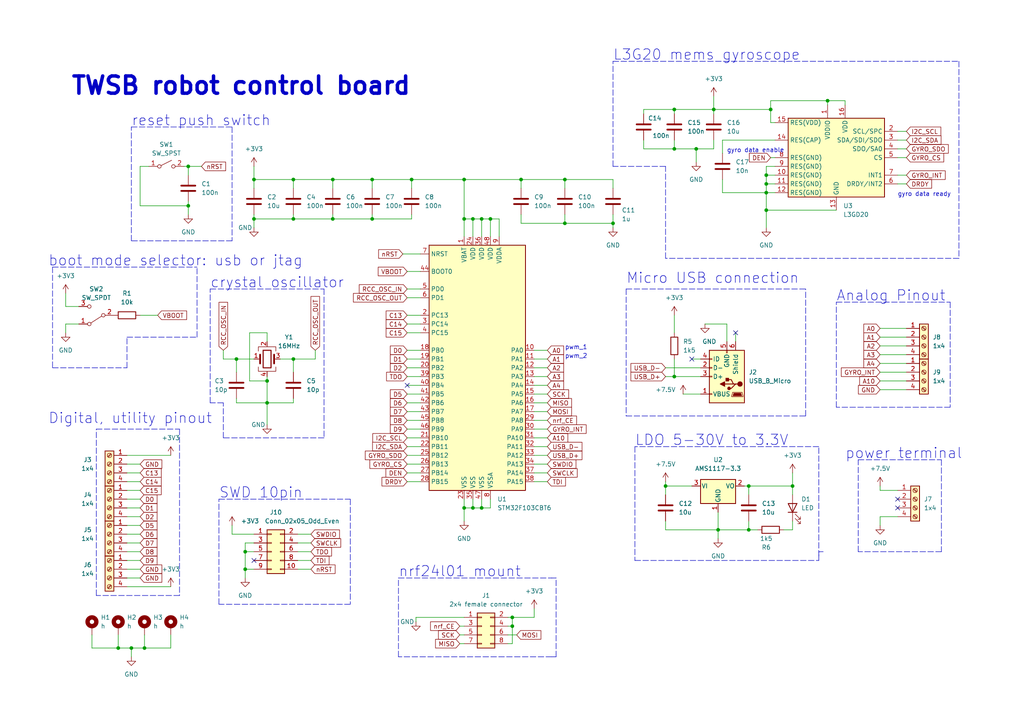
<source format=kicad_sch>
(kicad_sch (version 20211123) (generator eeschema)
  (paper "A4")
  (title_block (title "STM32F103 control unit") (date "2022-11-05") (company "Augustas Jaruševičius"))
  (lib_symbols
    (symbol "Connector:Screw_Terminal_01x04" (pin_names (offset 1.016) hide)
      (property "Reference" "J" (at 0 5.08 0))
      (property "Value" "Screw_Terminal_01x04" (at 0 -7.62 0))
      (symbol "Screw_Terminal_01x04_1_1"
        (pin passive line (at -5.08 2.54 0) (length 3.81) (name "Pin_1") (number "1"))
        (pin passive line (at -5.08 0 0) (length 3.81) (name "Pin_2") (number "2"))
        (pin passive line (at -5.08 -2.54 0) (length 3.81) (name "Pin_3") (number "3"))
        (pin passive line (at -5.08 -5.08 0) (length 3.81) (name "Pin_4") (number "4"))
      )
    )
    (symbol "Connector:USB_B_Micro" (pin_names (offset 1.016))
      (property "Reference" "J" (at -5.08 11.43 0))
      (property "Value" "USB_B_Micro" (at -5.08 8.89 0))
      (symbol "USB_B_Micro_1_1"
        (pin power_out line (at 7.62 5.08 180) (length 2.54) (name "VBUS") (number "1"))
        (pin bidirectional line (at 7.62 -2.54 180) (length 2.54) (name "D-") (number "2"))
        (pin bidirectional line (at 7.62 0 180) (length 2.54) (name "D+") (number "3"))
        (pin passive line (at 7.62 -5.08 180) (length 2.54) (name "ID") (number "4"))
        (pin power_out line (at 0 -10.16 90) (length 2.54) (name "GND") (number "5"))
        (pin passive line (at -2.54 -10.16 90) (length 2.54) (name "Shield") (number "6"))
      )
    )
    (symbol "Connector_Generic:Conn_02x04_Odd_Even" (pin_names (offset 1.016) hide)
      (property "Reference" "J" (at 1.27 5.08 0))
      (property "Value" "Conn_02x04_Odd_Even" (at 1.27 -7.62 0))
      (symbol "Conn_02x04_Odd_Even_1_1"
        (pin passive line (at -5.08 2.54 0) (length 3.81) (name "Pin_1") (number "1"))
        (pin passive line (at 7.62 2.54 180) (length 3.81) (name "Pin_2") (number "2"))
        (pin passive line (at -5.08 0 0) (length 3.81) (name "Pin_3") (number "3"))
        (pin passive line (at 7.62 0 180) (length 3.81) (name "Pin_4") (number "4"))
        (pin passive line (at -5.08 -2.54 0) (length 3.81) (name "Pin_5") (number "5"))
        (pin passive line (at 7.62 -2.54 180) (length 3.81) (name "Pin_6") (number "6"))
        (pin passive line (at -5.08 -5.08 0) (length 3.81) (name "Pin_7") (number "7"))
        (pin passive line (at 7.62 -5.08 180) (length 3.81) (name "Pin_8") (number "8"))
      )
    )
    (symbol "Connector_Generic:Conn_02x05_Odd_Even" (pin_names (offset 1.016) hide)
      (property "Reference" "J" (at 1.27 7.62 0))
      (property "Value" "Conn_02x05_Odd_Even" (at 1.27 -7.62 0))
      (symbol "Conn_02x05_Odd_Even_1_1"
        (pin passive line (at -5.08 5.08 0) (length 3.81) (name "Pin_1") (number "1"))
        (pin passive line (at 7.62 -5.08 180) (length 3.81) (name "Pin_10") (number "10"))
        (pin passive line (at 7.62 5.08 180) (length 3.81) (name "Pin_2") (number "2"))
        (pin passive line (at -5.08 2.54 0) (length 3.81) (name "Pin_3") (number "3"))
        (pin passive line (at 7.62 2.54 180) (length 3.81) (name "Pin_4") (number "4"))
        (pin passive line (at -5.08 0 0) (length 3.81) (name "Pin_5") (number "5"))
        (pin passive line (at 7.62 0 180) (length 3.81) (name "Pin_6") (number "6"))
        (pin passive line (at -5.08 -2.54 0) (length 3.81) (name "Pin_7") (number "7"))
        (pin passive line (at 7.62 -2.54 180) (length 3.81) (name "Pin_8") (number "8"))
        (pin passive line (at -5.08 -5.08 0) (length 3.81) (name "Pin_9") (number "9"))
      )
    )
    (symbol "Device:C" (pin_numbers hide) (pin_names (offset 0.254))
      (property "Reference" "C" (at 0.635 2.54 0))
      (property "Value" "C" (at 0.635 -2.54 0))
      (symbol "C_1_1"
        (pin passive line (at 0 3.81 270) (length 2.794) (name "~") (number "1"))
        (pin passive line (at 0 -3.81 90) (length 2.794) (name "~") (number "2"))
      )
    )
    (symbol "Device:Crystal_GND24" (pin_names (offset 1.016) hide)
      (property "Reference" "Y" (at 3.175 5.08 0))
      (property "Value" "Crystal_GND24" (at 3.175 3.175 0))
      (symbol "Crystal_GND24_1_1"
        (pin passive line (at -3.81 0 0) (length 1.27) (name "1") (number "1"))
        (pin passive line (at 0 5.08 270) (length 1.27) (name "2") (number "2"))
        (pin passive line (at 3.81 0 180) (length 1.27) (name "3") (number "3"))
        (pin passive line (at 0 -5.08 90) (length 1.27) (name "4") (number "4"))
      )
    )
    (symbol "Device:LED" (pin_numbers hide) (pin_names (offset 1.016) hide)
      (property "Reference" "D" (at 0 2.54 0))
      (property "Value" "LED" (at 0 -2.54 0))
      (symbol "LED_1_1"
        (pin passive line (at -3.81 0 0) (length 2.54) (name "K") (number "1"))
        (pin passive line (at 3.81 0 180) (length 2.54) (name "A") (number "2"))
      )
    )
    (symbol "Device:R" (pin_numbers hide) (pin_names (offset 0))
      (property "Reference" "R" (at 2.032 0 90))
      (property "Value" "R" (at 0 0 90))
      (symbol "R_1_1"
        (pin passive line (at 0 3.81 270) (length 1.27) (name "~") (number "1"))
        (pin passive line (at 0 -3.81 90) (length 1.27) (name "~") (number "2"))
      )
    )
    (symbol "MCU_ST_STM32F1:STM32F103CBTx"
      (property "Reference" "U" (at -15.24 36.83 0))
      (property "Value" "STM32F103CBTx" (at 7.62 36.83 0))
      (symbol "STM32F103CBTx_1_1"
        (pin power_in line (at -5.08 38.1 270) (length 2.54) (name "VBAT") (number "1"))
        (pin bidirectional line (at 15.24 5.08 180) (length 2.54) (name "PA0") (number "10"))
        (pin bidirectional line (at 15.24 2.54 180) (length 2.54) (name "PA1") (number "11"))
        (pin bidirectional line (at 15.24 0 180) (length 2.54) (name "PA2") (number "12"))
        (pin bidirectional line (at 15.24 -2.54 180) (length 2.54) (name "PA3") (number "13"))
        (pin bidirectional line (at 15.24 -5.08 180) (length 2.54) (name "PA4") (number "14"))
        (pin bidirectional line (at 15.24 -7.62 180) (length 2.54) (name "PA5") (number "15"))
        (pin bidirectional line (at 15.24 -10.16 180) (length 2.54) (name "PA6") (number "16"))
        (pin bidirectional line (at 15.24 -12.7 180) (length 2.54) (name "PA7") (number "17"))
        (pin bidirectional line (at -17.78 5.08 0) (length 2.54) (name "PB0") (number "18"))
        (pin bidirectional line (at -17.78 2.54 0) (length 2.54) (name "PB1") (number "19"))
        (pin bidirectional line (at -17.78 15.24 0) (length 2.54) (name "PC13") (number "2"))
        (pin bidirectional line (at -17.78 0 0) (length 2.54) (name "PB2") (number "20"))
        (pin bidirectional line (at -17.78 -20.32 0) (length 2.54) (name "PB10") (number "21"))
        (pin bidirectional line (at -17.78 -22.86 0) (length 2.54) (name "PB11") (number "22"))
        (pin power_in line (at -5.08 -38.1 90) (length 2.54) (name "VSS") (number "23"))
        (pin power_in line (at -2.54 38.1 270) (length 2.54) (name "VDD") (number "24"))
        (pin bidirectional line (at -17.78 -25.4 0) (length 2.54) (name "PB12") (number "25"))
        (pin bidirectional line (at -17.78 -27.94 0) (length 2.54) (name "PB13") (number "26"))
        (pin bidirectional line (at -17.78 -30.48 0) (length 2.54) (name "PB14") (number "27"))
        (pin bidirectional line (at -17.78 -33.02 0) (length 2.54) (name "PB15") (number "28"))
        (pin bidirectional line (at 15.24 -15.24 180) (length 2.54) (name "PA8") (number "29"))
        (pin bidirectional line (at -17.78 12.7 0) (length 2.54) (name "PC14") (number "3"))
        (pin bidirectional line (at 15.24 -17.78 180) (length 2.54) (name "PA9") (number "30"))
        (pin bidirectional line (at 15.24 -20.32 180) (length 2.54) (name "PA10") (number "31"))
        (pin bidirectional line (at 15.24 -22.86 180) (length 2.54) (name "PA11") (number "32"))
        (pin bidirectional line (at 15.24 -25.4 180) (length 2.54) (name "PA12") (number "33"))
        (pin bidirectional line (at 15.24 -27.94 180) (length 2.54) (name "PA13") (number "34"))
        (pin power_in line (at -2.54 -38.1 90) (length 2.54) (name "VSS") (number "35"))
        (pin power_in line (at 0 38.1 270) (length 2.54) (name "VDD") (number "36"))
        (pin bidirectional line (at 15.24 -30.48 180) (length 2.54) (name "PA14") (number "37"))
        (pin bidirectional line (at 15.24 -33.02 180) (length 2.54) (name "PA15") (number "38"))
        (pin bidirectional line (at -17.78 -2.54 0) (length 2.54) (name "PB3") (number "39"))
        (pin bidirectional line (at -17.78 10.16 0) (length 2.54) (name "PC15") (number "4"))
        (pin bidirectional line (at -17.78 -5.08 0) (length 2.54) (name "PB4") (number "40"))
        (pin bidirectional line (at -17.78 -7.62 0) (length 2.54) (name "PB5") (number "41"))
        (pin bidirectional line (at -17.78 -10.16 0) (length 2.54) (name "PB6") (number "42"))
        (pin bidirectional line (at -17.78 -12.7 0) (length 2.54) (name "PB7") (number "43"))
        (pin input line (at -17.78 27.94 0) (length 2.54) (name "BOOT0") (number "44"))
        (pin bidirectional line (at -17.78 -15.24 0) (length 2.54) (name "PB8") (number "45"))
        (pin bidirectional line (at -17.78 -17.78 0) (length 2.54) (name "PB9") (number "46"))
        (pin power_in line (at 0 -38.1 90) (length 2.54) (name "VSS") (number "47"))
        (pin power_in line (at 2.54 38.1 270) (length 2.54) (name "VDD") (number "48"))
        (pin input line (at -17.78 22.86 0) (length 2.54) (name "PD0") (number "5"))
        (pin input line (at -17.78 20.32 0) (length 2.54) (name "PD1") (number "6"))
        (pin input line (at -17.78 33.02 0) (length 2.54) (name "NRST") (number "7"))
        (pin power_in line (at 2.54 -38.1 90) (length 2.54) (name "VSSA") (number "8"))
        (pin power_in line (at 5.08 38.1 270) (length 2.54) (name "VDDA") (number "9"))
      )
    )
    (symbol "Mechanical:MountingHole_Pad" (pin_numbers hide) (pin_names (offset 1.016) hide)
      (property "Reference" "H" (at 0 6.35 0))
      (property "Value" "MountingHole_Pad" (at 0 4.445 0))
      (symbol "MountingHole_Pad_1_1"
        (pin input line (at 0 -2.54 90) (length 2.54) (name "1") (number "1"))
      )
    )
    (symbol "Regulator_Linear:AMS1117-3.3" (pin_names (offset 0.254))
      (property "Reference" "U" (at -3.81 3.175 0))
      (property "Value" "AMS1117-3.3" (at 0 3.175 0))
      (symbol "AMS1117-3.3_1_1"
        (pin power_in line (at 0 -7.62 90) (length 2.54) (name "GND") (number "1"))
        (pin power_out line (at 7.62 0 180) (length 2.54) (name "VO") (number "2"))
        (pin power_in line (at -7.62 0 0) (length 2.54) (name "VI") (number "3"))
      )
    )
    (symbol "Sensor_Motion:L3GD20"
      (property "Reference" "U" (at 6.35 15.24 0))
      (property "Value" "L3GD20" (at 6.35 12.7 0))
      (symbol "L3GD20_1_1"
        (pin power_in line (at -2.54 15.24 270) (length 3.81) (name "VDDIO") (number "1"))
        (pin passive line (at -17.78 -5.08 0) (length 3.81) (name "RES(GND)") (number "10"))
        (pin passive line (at -17.78 -7.62 0) (length 3.81) (name "RES(GND)") (number "11"))
        (pin passive line (at -17.78 -10.16 0) (length 3.81) (name "RES(GND)") (number "12"))
        (pin power_in line (at 0 -15.24 90) (length 3.81) (name "GND") (number "13"))
        (pin passive line (at -17.78 5.08 0) (length 3.81) (name "RES(CAP)") (number "14"))
        (pin passive line (at -17.78 10.16 0) (length 3.81) (name "RES(VDD)") (number "15"))
        (pin power_in line (at 2.54 15.24 270) (length 3.81) (name "VDD") (number "16"))
        (pin input line (at 17.78 7.62 180) (length 3.81) (name "SCL/SPC") (number "2"))
        (pin bidirectional line (at 17.78 5.08 180) (length 3.81) (name "SDA/SDI/SDO") (number "3"))
        (pin output line (at 17.78 2.54 180) (length 3.81) (name "SDO/SA0") (number "4"))
        (pin input line (at 17.78 0 180) (length 3.81) (name "CS") (number "5"))
        (pin output line (at 17.78 -7.62 180) (length 3.81) (name "DRDY/INT2") (number "6"))
        (pin output line (at 17.78 -5.08 180) (length 3.81) (name "INT1") (number "7"))
        (pin passive line (at -17.78 0 0) (length 3.81) (name "RES(GND)") (number "8"))
        (pin passive line (at -17.78 -2.54 0) (length 3.81) (name "RES(GND)") (number "9"))
      )
    )
    (symbol "Switch:SW_SPDT" (pin_names (offset 0) hide)
      (property "Reference" "SW" (at 0 4.318 0))
      (property "Value" "SW_SPDT" (at 0 -5.08 0))
      (symbol "SW_SPDT_1_1"
        (pin passive line (at 5.08 2.54 180) (length 2.54) (name "A") (number "1"))
        (pin passive line (at -5.08 0 0) (length 2.54) (name "B") (number "2"))
        (pin passive line (at 5.08 -2.54 180) (length 2.54) (name "C") (number "3"))
      )
    )
    (symbol "Switch:SW_SPST" (pin_names (offset 0) hide)
      (property "Reference" "SW" (at 0 3.175 0))
      (property "Value" "SW_SPST" (at 0 -2.54 0))
      (symbol "SW_SPST_1_1"
        (pin passive line (at -5.08 0 0) (length 2.54) (name "A") (number "1"))
        (pin passive line (at 5.08 0 180) (length 2.54) (name "B") (number "2"))
      )
    )
    (symbol "power:+3V3" (power) (pin_names (offset 0))
      (property "Value" "+3V3" (at 0 3.556 0))
      (symbol "+3V3_1_1"
        (pin power_in line (at 0 0 90) (length 0) hide (name "+3V3") (number "1"))
      )
    )
    (symbol "power:+7.5V" (power) (pin_names (offset 0))
      (property "Value" "+7.5V" (at 0 3.556 0))
      (symbol "+7.5V_1_1"
        (pin power_in line (at 0 0 90) (length 0) hide (name "+7.5V") (number "1"))
      )
    )
    (symbol "power:GND" (power) (pin_names (offset 0))
      (property "Value" "GND" (at 0 -3.81 0))
      (symbol "GND_1_1"
        (pin power_in line (at 0 0 270) (length 0) hide (name "GND") (number "1"))
      )
    )
  )
  (junction (at 134.62 63.5))
  (junction (at 137.16 63.5))
  (junction (at 34.29 187.96))
  (junction (at 139.7 63.5))
  (junction (at 195.58 109.22))
  (junction (at 107.95 52.07))
  (junction (at 222.25 50.8))
  (junction (at 38.1 187.96))
  (junction (at 85.09 104.14))
  (junction (at 217.17 140.97))
  (junction (at 193.04 140.97))
  (junction (at 229.87 140.97))
  (junction (at 195.58 43.18))
  (junction (at 222.25 55.88))
  (junction (at 139.7 147.32))
  (junction (at 71.12 160.02))
  (junction (at 119.38 52.07))
  (junction (at 207.01 31.75))
  (junction (at 107.95 63.5))
  (junction (at 54.61 48.26))
  (junction (at 201.93 43.18))
  (junction (at 137.16 147.32))
  (junction (at 163.83 64.77))
  (junction (at 77.47 110.49))
  (junction (at 134.62 52.07))
  (junction (at 73.66 52.07))
  (junction (at 96.52 63.5))
  (junction (at 41.91 187.96))
  (junction (at 77.47 116.84))
  (junction (at 148.59 179.07))
  (junction (at 68.58 104.14))
  (junction (at 54.61 59.69))
  (junction (at 223.52 31.75))
  (junction (at 142.24 63.5))
  (junction (at 222.25 53.34))
  (junction (at 71.12 165.1))
  (junction (at 195.58 31.75))
  (junction (at 217.17 153.67))
  (junction (at 240.03 29.21))
  (junction (at 163.83 52.07))
  (junction (at 177.8 64.77))
  (junction (at 96.52 52.07))
  (junction (at 151.13 52.07))
  (junction (at 208.28 153.67))
  (junction (at 73.66 63.5))
  (junction (at 85.09 63.5))
  (junction (at 134.62 147.32))
  (junction (at 222.25 60.96))
  (junction (at 85.09 52.07))
  (junction (at 148.59 181.61))
  (no_connect (at 260.35 147.32))
  (no_connect (at 118.11 111.76))
  (no_connect (at 213.36 96.52))
  (no_connect (at 73.66 162.56))
  (no_connect (at 200.66 104.14))
  (no_connect (at 260.35 144.78))
  (wire (pts (xy 36.83 147.32) (xy 40.64 147.32)))
  (wire (pts (xy 193.04 109.22) (xy 195.58 109.22)))
  (wire (pts (xy 86.36 162.56) (xy 90.17 162.56)))
  (wire (pts (xy 208.28 153.67) (xy 208.28 156.21)))
  (wire (pts (xy 34.29 187.96) (xy 38.1 187.96)))
  (wire (pts (xy 41.91 187.96) (xy 49.53 187.96)))
  (wire (pts (xy 86.36 157.48) (xy 90.17 157.48)))
  (wire (pts (xy 54.61 59.69) (xy 54.61 62.23)))
  (wire (pts (xy 154.94 139.7) (xy 158.75 139.7)))
  (wire (pts (xy 213.36 96.52) (xy 213.36 99.06)))
  (wire (pts (xy 118.11 116.84) (xy 121.92 116.84)))
  (wire (pts (xy 73.66 54.61) (xy 73.66 52.07)))
  (polyline (pts (xy 161.29 190.5) (xy 161.29 167.64)))
  (wire (pts (xy 36.83 139.7) (xy 40.64 139.7)))
  (polyline (pts (xy 248.92 133.35) (xy 273.05 133.35)))
  (wire (pts (xy 139.7 63.5) (xy 139.7 68.58)))
  (wire (pts (xy 223.52 45.72) (xy 224.79 45.72)))
  (wire (pts (xy 71.12 157.48) (xy 71.12 160.02)))
  (wire (pts (xy 77.47 96.52) (xy 72.39 96.52)))
  (polyline (pts (xy 36.83 106.68) (xy 36.83 97.79)))
  (wire (pts (xy 36.83 134.62) (xy 40.64 134.62)))
  (wire (pts (xy 255.27 105.41) (xy 262.89 105.41)))
  (wire (pts (xy 255.27 142.24) (xy 260.35 142.24)))
  (wire (pts (xy 193.04 153.67) (xy 193.04 151.13)))
  (wire (pts (xy 200.66 104.14) (xy 203.2 104.14)))
  (wire (pts (xy 85.09 104.14) (xy 91.44 104.14)))
  (wire (pts (xy 208.28 148.59) (xy 208.28 153.67)))
  (polyline (pts (xy 160.02 190.5) (xy 161.29 190.5)))
  (wire (pts (xy 255.27 102.87) (xy 262.89 102.87)))
  (wire (pts (xy 96.52 63.5) (xy 96.52 62.23)))
  (wire (pts (xy 107.95 52.07) (xy 119.38 52.07)))
  (wire (pts (xy 260.35 40.64) (xy 262.89 40.64)))
  (polyline (pts (xy 275.59 118.11) (xy 242.57 118.11)))
  (wire (pts (xy 217.17 140.97) (xy 229.87 140.97)))
  (wire (pts (xy 154.94 129.54) (xy 158.75 129.54)))
  (wire (pts (xy 64.77 104.14) (xy 68.58 104.14)))
  (wire (pts (xy 107.95 63.5) (xy 119.38 63.5)))
  (wire (pts (xy 137.16 63.5) (xy 134.62 63.5)))
  (wire (pts (xy 154.94 101.6) (xy 158.75 101.6)))
  (polyline (pts (xy 115.57 167.64) (xy 160.02 167.64)))
  (polyline (pts (xy 52.07 172.72) (xy 27.94 172.72)))
  (wire (pts (xy 19.05 93.98) (xy 19.05 96.52)))
  (wire (pts (xy 36.83 144.78) (xy 40.64 144.78)))
  (wire (pts (xy 195.58 91.44) (xy 195.58 96.52)))
  (wire (pts (xy 85.09 54.61) (xy 85.09 52.07)))
  (polyline (pts (xy 63.5 144.78) (xy 101.6 144.78)))
  (wire (pts (xy 210.82 93.98) (xy 210.82 99.06)))
  (wire (pts (xy 222.25 50.8) (xy 222.25 48.26)))
  (wire (pts (xy 163.83 52.07) (xy 177.8 52.07)))
  (wire (pts (xy 77.47 110.49) (xy 77.47 116.84)))
  (polyline (pts (xy 57.15 97.79) (xy 57.15 77.47)))
  (wire (pts (xy 72.39 110.49) (xy 77.47 110.49)))
  (wire (pts (xy 195.58 31.75) (xy 195.58 33.02)))
  (wire (pts (xy 147.32 181.61) (xy 148.59 181.61)))
  (wire (pts (xy 133.35 181.61) (xy 134.62 181.61)))
  (wire (pts (xy 118.11 109.22) (xy 121.92 109.22)))
  (wire (pts (xy 137.16 63.5) (xy 139.7 63.5)))
  (wire (pts (xy 134.62 63.5) (xy 134.62 68.58)))
  (wire (pts (xy 36.83 142.24) (xy 40.64 142.24)))
  (wire (pts (xy 118.11 129.54) (xy 121.92 129.54)))
  (wire (pts (xy 118.11 86.36) (xy 121.92 86.36)))
  (polyline (pts (xy 184.15 129.54) (xy 184.15 162.56)))
  (wire (pts (xy 229.87 143.51) (xy 229.87 140.97)))
  (wire (pts (xy 118.11 96.52) (xy 121.92 96.52)))
  (wire (pts (xy 77.47 116.84) (xy 77.47 123.19)))
  (wire (pts (xy 255.27 140.97) (xy 255.27 142.24)))
  (wire (pts (xy 137.16 147.32) (xy 134.62 147.32)))
  (wire (pts (xy 245.11 29.21) (xy 240.03 29.21)))
  (wire (pts (xy 118.11 104.14) (xy 121.92 104.14)))
  (polyline (pts (xy 237.49 162.56) (xy 237.49 160.02)))
  (polyline (pts (xy 36.83 97.79) (xy 57.15 97.79)))
  (wire (pts (xy 200.66 140.97) (xy 193.04 140.97)))
  (polyline (pts (xy 193.04 74.93) (xy 193.04 48.26)))
  (wire (pts (xy 177.8 64.77) (xy 177.8 66.04)))
  (wire (pts (xy 86.36 165.1) (xy 90.17 165.1)))
  (wire (pts (xy 260.35 149.86) (xy 255.27 149.86)))
  (wire (pts (xy 222.25 60.96) (xy 222.25 66.04)))
  (polyline (pts (xy 242.57 87.63) (xy 275.59 87.63)))
  (wire (pts (xy 255.27 149.86) (xy 255.27 152.4)))
  (wire (pts (xy 26.67 184.15) (xy 26.67 187.96)))
  (polyline (pts (xy 278.13 17.78) (xy 278.13 74.93)))
  (wire (pts (xy 119.38 54.61) (xy 119.38 52.07)))
  (wire (pts (xy 96.52 63.5) (xy 85.09 63.5)))
  (wire (pts (xy 137.16 147.32) (xy 139.7 147.32)))
  (wire (pts (xy 118.11 83.82) (xy 121.92 83.82)))
  (polyline (pts (xy 237.49 161.29) (xy 237.49 129.54)))
  (wire (pts (xy 36.83 152.4) (xy 40.64 152.4)))
  (wire (pts (xy 154.94 124.46) (xy 158.75 124.46)))
  (wire (pts (xy 154.94 132.08) (xy 158.75 132.08)))
  (polyline (pts (xy 273.05 160.02) (xy 248.92 160.02)))
  (wire (pts (xy 163.83 52.07) (xy 163.83 54.61)))
  (wire (pts (xy 36.83 162.56) (xy 40.64 162.56)))
  (polyline (pts (xy 181.61 83.82) (xy 233.68 83.82)))
  (wire (pts (xy 222.25 50.8) (xy 222.25 53.34)))
  (wire (pts (xy 36.83 170.18) (xy 49.53 170.18)))
  (wire (pts (xy 96.52 54.61) (xy 96.52 52.07)))
  (wire (pts (xy 107.95 52.07) (xy 96.52 52.07)))
  (polyline (pts (xy 160.02 190.5) (xy 115.57 190.5)))
  (wire (pts (xy 73.66 52.07) (xy 85.09 52.07)))
  (wire (pts (xy 151.13 62.23) (xy 151.13 64.77)))
  (wire (pts (xy 209.55 52.07) (xy 209.55 55.88)))
  (wire (pts (xy 147.32 184.15) (xy 149.86 184.15)))
  (wire (pts (xy 193.04 140.97) (xy 193.04 143.51)))
  (wire (pts (xy 139.7 63.5) (xy 142.24 63.5)))
  (polyline (pts (xy 177.8 17.78) (xy 278.13 17.78)))
  (wire (pts (xy 227.33 153.67) (xy 229.87 153.67)))
  (wire (pts (xy 118.11 101.6) (xy 121.92 101.6)))
  (wire (pts (xy 118.11 134.62) (xy 121.92 134.62)))
  (wire (pts (xy 260.35 50.8) (xy 262.89 50.8)))
  (wire (pts (xy 223.52 31.75) (xy 223.52 35.56)))
  (wire (pts (xy 255.27 97.79) (xy 262.89 97.79)))
  (wire (pts (xy 118.11 119.38) (xy 121.92 119.38)))
  (wire (pts (xy 147.32 186.69) (xy 148.59 186.69)))
  (wire (pts (xy 54.61 48.26) (xy 54.61 50.8)))
  (wire (pts (xy 255.27 100.33) (xy 262.89 100.33)))
  (wire (pts (xy 133.35 186.69) (xy 134.62 186.69)))
  (wire (pts (xy 151.13 64.77) (xy 163.83 64.77)))
  (wire (pts (xy 207.01 27.94) (xy 207.01 31.75)))
  (wire (pts (xy 67.31 154.94) (xy 73.66 154.94)))
  (wire (pts (xy 137.16 144.78) (xy 137.16 147.32)))
  (wire (pts (xy 260.35 53.34) (xy 262.89 53.34)))
  (wire (pts (xy 40.64 91.44) (xy 45.72 91.44)))
  (wire (pts (xy 151.13 54.61) (xy 151.13 52.07)))
  (wire (pts (xy 118.11 124.46) (xy 121.92 124.46)))
  (wire (pts (xy 217.17 140.97) (xy 217.17 143.51)))
  (wire (pts (xy 201.93 43.18) (xy 195.58 43.18)))
  (wire (pts (xy 154.94 127) (xy 158.75 127)))
  (wire (pts (xy 91.44 101.6) (xy 91.44 104.14)))
  (wire (pts (xy 195.58 43.18) (xy 195.58 40.64)))
  (wire (pts (xy 71.12 165.1) (xy 71.12 167.64)))
  (wire (pts (xy 139.7 147.32) (xy 142.24 147.32)))
  (wire (pts (xy 193.04 106.68) (xy 203.2 106.68)))
  (wire (pts (xy 22.86 88.9) (xy 19.05 88.9)))
  (wire (pts (xy 195.58 109.22) (xy 203.2 109.22)))
  (wire (pts (xy 133.35 184.15) (xy 134.62 184.15)))
  (wire (pts (xy 255.27 95.25) (xy 262.89 95.25)))
  (wire (pts (xy 193.04 153.67) (xy 208.28 153.67)))
  (wire (pts (xy 260.35 43.18) (xy 262.89 43.18)))
  (wire (pts (xy 154.94 114.3) (xy 158.75 114.3)))
  (wire (pts (xy 222.25 55.88) (xy 222.25 53.34)))
  (wire (pts (xy 148.59 179.07) (xy 148.59 181.61)))
  (wire (pts (xy 207.01 40.64) (xy 207.01 43.18)))
  (wire (pts (xy 118.11 93.98) (xy 121.92 93.98)))
  (polyline (pts (xy 15.24 77.47) (xy 57.15 77.47)))
  (wire (pts (xy 222.25 50.8) (xy 224.79 50.8)))
  (wire (pts (xy 139.7 147.32) (xy 139.7 144.78)))
  (polyline (pts (xy 237.49 129.54) (xy 184.15 129.54)))
  (wire (pts (xy 71.12 160.02) (xy 71.12 165.1)))
  (wire (pts (xy 255.27 113.03) (xy 262.89 113.03)))
  (polyline (pts (xy 60.96 83.82) (xy 93.98 83.82)))
  (wire (pts (xy 71.12 160.02) (xy 73.66 160.02)))
  (wire (pts (xy 19.05 85.09) (xy 19.05 88.9)))
  (wire (pts (xy 116.84 73.66) (xy 121.92 73.66)))
  (wire (pts (xy 40.64 48.26) (xy 40.64 59.69)))
  (wire (pts (xy 177.8 52.07) (xy 177.8 54.61)))
  (wire (pts (xy 26.67 187.96) (xy 34.29 187.96)))
  (wire (pts (xy 36.83 160.02) (xy 40.64 160.02)))
  (wire (pts (xy 260.35 38.1) (xy 262.89 38.1)))
  (wire (pts (xy 163.83 64.77) (xy 177.8 64.77)))
  (wire (pts (xy 134.62 147.32) (xy 134.62 151.13)))
  (wire (pts (xy 224.79 55.88) (xy 222.25 55.88)))
  (wire (pts (xy 222.25 60.96) (xy 242.57 60.96)))
  (wire (pts (xy 40.64 48.26) (xy 43.18 48.26)))
  (wire (pts (xy 96.52 52.07) (xy 85.09 52.07)))
  (wire (pts (xy 148.59 186.69) (xy 148.59 181.61)))
  (polyline (pts (xy 161.29 167.64) (xy 160.02 167.64)))
  (wire (pts (xy 38.1 187.96) (xy 41.91 187.96)))
  (wire (pts (xy 154.94 104.14) (xy 158.75 104.14)))
  (polyline (pts (xy 63.5 175.26) (xy 63.5 144.78)))
  (wire (pts (xy 68.58 104.14) (xy 73.66 104.14)))
  (polyline (pts (xy 181.61 83.82) (xy 181.61 120.65)))
  (wire (pts (xy 68.58 104.14) (xy 68.58 107.95)))
  (wire (pts (xy 118.11 121.92) (xy 121.92 121.92)))
  (wire (pts (xy 73.66 63.5) (xy 73.66 62.23)))
  (wire (pts (xy 38.1 187.96) (xy 38.1 190.5)))
  (wire (pts (xy 240.03 29.21) (xy 240.03 30.48)))
  (wire (pts (xy 193.04 139.7) (xy 193.04 140.97)))
  (wire (pts (xy 71.12 165.1) (xy 73.66 165.1)))
  (wire (pts (xy 154.94 134.62) (xy 158.75 134.62)))
  (wire (pts (xy 154.94 119.38) (xy 158.75 119.38)))
  (wire (pts (xy 223.52 29.21) (xy 223.52 31.75)))
  (polyline (pts (xy 15.24 106.68) (xy 36.83 106.68)))
  (wire (pts (xy 120.65 179.07) (xy 134.62 179.07)))
  (wire (pts (xy 134.62 52.07) (xy 134.62 63.5)))
  (polyline (pts (xy 101.6 144.78) (xy 101.6 175.26)))
  (wire (pts (xy 68.58 115.57) (xy 68.58 116.84)))
  (wire (pts (xy 53.34 48.26) (xy 54.61 48.26)))
  (wire (pts (xy 208.28 153.67) (xy 217.17 153.67)))
  (wire (pts (xy 118.11 127) (xy 121.92 127)))
  (wire (pts (xy 85.09 63.5) (xy 85.09 62.23)))
  (wire (pts (xy 209.55 40.64) (xy 224.79 40.64)))
  (wire (pts (xy 36.83 167.64) (xy 40.64 167.64)))
  (polyline (pts (xy 275.59 87.63) (xy 275.59 118.11)))
  (polyline (pts (xy 193.04 48.26) (xy 177.8 48.26)))
  (wire (pts (xy 36.83 137.16) (xy 40.64 137.16)))
  (wire (pts (xy 73.66 63.5) (xy 85.09 63.5)))
  (wire (pts (xy 154.94 116.84) (xy 158.75 116.84)))
  (wire (pts (xy 73.66 63.5) (xy 73.66 66.04)))
  (wire (pts (xy 223.52 35.56) (xy 224.79 35.56)))
  (wire (pts (xy 40.64 59.69) (xy 54.61 59.69)))
  (wire (pts (xy 186.69 31.75) (xy 186.69 33.02)))
  (wire (pts (xy 222.25 48.26) (xy 224.79 48.26)))
  (wire (pts (xy 144.78 63.5) (xy 144.78 68.58)))
  (wire (pts (xy 118.11 132.08) (xy 121.92 132.08)))
  (wire (pts (xy 147.32 179.07) (xy 148.59 179.07)))
  (wire (pts (xy 107.95 54.61) (xy 107.95 52.07)))
  (polyline (pts (xy 177.8 48.26) (xy 177.8 17.78)))
  (wire (pts (xy 68.58 116.84) (xy 77.47 116.84)))
  (wire (pts (xy 54.61 48.26) (xy 58.42 48.26)))
  (polyline (pts (xy 93.98 127) (xy 64.77 127)))
  (polyline (pts (xy 115.57 190.5) (xy 115.57 167.64)))
  (polyline (pts (xy 38.1 69.85) (xy 38.1 36.83)))
  (wire (pts (xy 107.95 62.23) (xy 107.95 63.5)))
  (polyline (pts (xy 64.77 116.84) (xy 60.96 116.84)))
  (wire (pts (xy 177.8 62.23) (xy 177.8 64.77)))
  (polyline (pts (xy 93.98 83.82) (xy 93.98 127)))
  (wire (pts (xy 154.94 106.68) (xy 158.75 106.68)))
  (polyline (pts (xy 181.61 120.65) (xy 233.68 120.65)))
  (wire (pts (xy 195.58 31.75) (xy 207.01 31.75)))
  (wire (pts (xy 72.39 96.52) (xy 72.39 110.49)))
  (wire (pts (xy 118.11 106.68) (xy 121.92 106.68)))
  (polyline (pts (xy 248.92 160.02) (xy 248.92 133.35)))
  (wire (pts (xy 118.11 111.76) (xy 121.92 111.76)))
  (wire (pts (xy 154.94 109.22) (xy 158.75 109.22)))
  (wire (pts (xy 186.69 43.18) (xy 195.58 43.18)))
  (wire (pts (xy 229.87 137.16) (xy 229.87 140.97)))
  (wire (pts (xy 217.17 151.13) (xy 217.17 153.67)))
  (wire (pts (xy 154.94 179.07) (xy 154.94 176.53)))
  (polyline (pts (xy 27.94 124.46) (xy 52.07 124.46)))
  (wire (pts (xy 222.25 55.88) (xy 222.25 60.96)))
  (polyline (pts (xy 278.13 74.93) (xy 193.04 74.93)))
  (wire (pts (xy 154.94 121.92) (xy 158.75 121.92)))
  (wire (pts (xy 255.27 107.95) (xy 262.89 107.95)))
  (wire (pts (xy 195.58 31.75) (xy 186.69 31.75)))
  (wire (pts (xy 54.61 58.42) (xy 54.61 59.69)))
  (wire (pts (xy 255.27 110.49) (xy 262.89 110.49)))
  (polyline (pts (xy 273.05 133.35) (xy 273.05 160.02)))
  (wire (pts (xy 36.83 132.08) (xy 49.53 132.08)))
  (wire (pts (xy 142.24 63.5) (xy 144.78 63.5)))
  (wire (pts (xy 85.09 104.14) (xy 85.09 107.95)))
  (wire (pts (xy 118.11 137.16) (xy 121.92 137.16)))
  (wire (pts (xy 36.83 157.48) (xy 40.64 157.48)))
  (polyline (pts (xy 67.31 36.83) (xy 67.31 69.85)))
  (wire (pts (xy 217.17 153.67) (xy 219.71 153.67)))
  (polyline (pts (xy 64.77 127) (xy 64.77 116.84)))
  (wire (pts (xy 36.83 149.86) (xy 40.64 149.86)))
  (wire (pts (xy 240.03 29.21) (xy 223.52 29.21)))
  (wire (pts (xy 73.66 157.48) (xy 71.12 157.48)))
  (wire (pts (xy 86.36 160.02) (xy 90.17 160.02)))
  (wire (pts (xy 151.13 52.07) (xy 163.83 52.07)))
  (wire (pts (xy 118.11 114.3) (xy 121.92 114.3)))
  (polyline (pts (xy 52.07 124.46) (xy 52.07 172.72)))
  (wire (pts (xy 77.47 99.06) (xy 77.47 96.52)))
  (wire (pts (xy 118.11 139.7) (xy 121.92 139.7)))
  (wire (pts (xy 201.93 43.18) (xy 201.93 46.99)))
  (polyline (pts (xy 15.24 77.47) (xy 15.24 106.68)))
  (wire (pts (xy 209.55 55.88) (xy 222.25 55.88)))
  (wire (pts (xy 245.11 29.21) (xy 245.11 30.48)))
  (wire (pts (xy 119.38 52.07) (xy 134.62 52.07)))
  (wire (pts (xy 49.53 187.96) (xy 49.53 184.15)))
  (wire (pts (xy 81.28 104.14) (xy 85.09 104.14)))
  (polyline (pts (xy 184.15 162.56) (xy 237.49 162.56)))
  (wire (pts (xy 207.01 31.75) (xy 223.52 31.75)))
  (wire (pts (xy 195.58 104.14) (xy 195.58 109.22)))
  (wire (pts (xy 198.12 114.3) (xy 203.2 114.3)))
  (polyline (pts (xy 101.6 175.26) (xy 63.5 175.26)))
  (wire (pts (xy 186.69 40.64) (xy 186.69 43.18)))
  (wire (pts (xy 67.31 152.4) (xy 67.31 154.94)))
  (wire (pts (xy 134.62 144.78) (xy 134.62 147.32)))
  (wire (pts (xy 22.86 93.98) (xy 19.05 93.98)))
  (polyline (pts (xy 60.96 116.84) (xy 60.96 83.82)))
  (wire (pts (xy 142.24 147.32) (xy 142.24 144.78)))
  (wire (pts (xy 36.83 165.1) (xy 40.64 165.1)))
  (wire (pts (xy 154.94 111.76) (xy 158.75 111.76)))
  (wire (pts (xy 118.11 78.74) (xy 121.92 78.74)))
  (wire (pts (xy 41.91 187.96) (xy 41.91 184.15)))
  (wire (pts (xy 148.59 179.07) (xy 154.94 179.07)))
  (wire (pts (xy 85.09 116.84) (xy 77.47 116.84)))
  (wire (pts (xy 34.29 187.96) (xy 34.29 184.15)))
  (polyline (pts (xy 38.1 36.83) (xy 67.31 36.83)))
  (wire (pts (xy 222.25 53.34) (xy 224.79 53.34)))
  (wire (pts (xy 86.36 154.94) (xy 90.17 154.94)))
  (wire (pts (xy 120.65 180.34) (xy 120.65 179.07)))
  (wire (pts (xy 142.24 63.5) (xy 142.24 68.58)))
  (wire (pts (xy 229.87 151.13) (xy 229.87 153.67)))
  (wire (pts (xy 137.16 68.58) (xy 137.16 63.5)))
  (wire (pts (xy 118.11 91.44) (xy 121.92 91.44)))
  (polyline (pts (xy 237.49 160.02) (xy 238.76 160.02)))
  (wire (pts (xy 119.38 63.5) (xy 119.38 62.23)))
  (wire (pts (xy 207.01 43.18) (xy 201.93 43.18)))
  (wire (pts (xy 77.47 109.22) (xy 77.47 110.49)))
  (wire (pts (xy 217.17 140.97) (xy 215.9 140.97)))
  (wire (pts (xy 36.83 154.94) (xy 40.64 154.94)))
  (wire (pts (xy 85.09 115.57) (xy 85.09 116.84)))
  (wire (pts (xy 260.35 45.72) (xy 262.89 45.72)))
  (wire (pts (xy 163.83 62.23) (xy 163.83 64.77)))
  (wire (pts (xy 64.77 101.6) (xy 64.77 104.14)))
  (wire (pts (xy 154.94 137.16) (xy 158.75 137.16)))
  (wire (pts (xy 107.95 63.5) (xy 96.52 63.5)))
  (wire (pts (xy 134.62 52.07) (xy 151.13 52.07)))
  (polyline (pts (xy 27.94 172.72) (xy 27.94 124.46)))
  (polyline (pts (xy 233.68 120.65) (xy 233.68 83.82)))
  (wire (pts (xy 73.66 48.26) (xy 73.66 52.07)))
  (wire (pts (xy 209.55 44.45) (xy 209.55 40.64)))
  (wire (pts (xy 204.47 93.98) (xy 210.82 93.98)))
  (wire (pts (xy 207.01 31.75) (xy 207.01 33.02)))
  (polyline (pts (xy 67.31 69.85) (xy 38.1 69.85)))
  (polyline (pts (xy 242.57 118.11) (xy 242.57 87.63)))
  (text "gyro data ready" (at 260.35 57.15 0) (effects (font (size 1.27 1.27)) (justify left bottom)))
  (text "Analog Pinout" (at 242.57 87.63 0) (effects (font (size 3 3)) (justify left bottom)))
  (text "pwm_2" (at 163.83 104.14 0) (effects (font (size 1.27 1.27)) (justify left bottom)))
  (text "nrf24l01 mount" (at 115.57 167.64 0) (effects (font (size 3 3)) (justify left bottom)))
  (text "pwm_1" (at 163.83 101.6 0) (effects (font (size 1.27 1.27)) (justify left bottom)))
  (text "SWD 10pin" (at 63.5 144.78 0) (effects (font (size 3 3)) (justify left bottom)))
  (text "gyro data enable" (at 210.82 44.45 0) (effects (font (size 1.27 1.27)) (justify left bottom)))
  (text "Micro USB connection" (at 181.61 82.55 0) (effects (font (size 3 3)) (justify left bottom)))
  (text "reset push switch" (at 38.1 36.83 0) (effects (font (size 3 3)) (justify left bottom)))
  (text "boot mode selector: usb or jtag" (at 13.97 77.47 0) (effects (font (size 3 3)) (justify left bottom)))
  (text "TWSB robot control board" (at 20.32 27.94 0) (effects (font (size 5 5) (thickness 1) bold) (justify left bottom)))
  (text "LDO 5-30V to 3.3V" (at 184.15 129.54 0) (effects (font (size 3 3)) (justify left bottom)))
  (text "Digital, utility pinout" (at 13.97 123.19 0) (effects (font (size 3 3)) (justify left bottom)))
  (text "power terminal" (at 245.11 133.35 0) (effects (font (size 3 3)) (justify left bottom)))
  (text "L3G20 mems gyroscope" (at 177.8 17.78 0) (effects (font (size 3 3)) (justify left bottom)))
  (text "crystal oscillator" (at 60.96 83.82 0) (effects (font (size 3 3)) (justify left bottom)))
  (global_label "TDO" (shape input) (at 90.17 160.02 0) (property "Intersheet References" "${INTERSHEET_REFS}" (effects hide)))
  (global_label "D8" (shape input) (at 118.11 121.92 180) (property "Intersheet References" "${INTERSHEET_REFS}" (effects hide)))
  (global_label "USB_D+" (shape input) (at 158.75 132.08 0) (property "Intersheet References" "${INTERSHEET_REFS}" (effects hide)))
  (global_label "GYRO_INT" (shape input) (at 158.75 124.46 0) (property "Intersheet References" "${INTERSHEET_REFS}" (effects hide)))
  (global_label "D2" (shape input) (at 118.11 106.68 180) (property "Intersheet References" "${INTERSHEET_REFS}" (effects hide)))
  (global_label "DEN" (shape input) (at 223.52 45.72 180) (property "Intersheet References" "${INTERSHEET_REFS}" (effects hide)))
  (global_label "nRST" (shape input) (at 58.42 48.26 0) (property "Intersheet References" "${INTERSHEET_REFS}" (effects hide)))
  (global_label "D6" (shape input) (at 40.64 154.94 0) (property "Intersheet References" "${INTERSHEET_REFS}" (effects hide)))
  (global_label "USB_D+" (shape input) (at 193.04 109.22 180) (property "Intersheet References" "${INTERSHEET_REFS}" (effects hide)))
  (global_label "GYRO_SDO" (shape input) (at 262.89 43.18 0) (property "Intersheet References" "${INTERSHEET_REFS}" (effects hide)))
  (global_label "D5" (shape input) (at 118.11 114.3 180) (property "Intersheet References" "${INTERSHEET_REFS}" (effects hide)))
  (global_label "RCC_OSC_OUT" (shape input) (at 118.11 86.36 180) (property "Intersheet References" "${INTERSHEET_REFS}" (effects hide)))
  (global_label "A0" (shape input) (at 255.27 95.25 180) (property "Intersheet References" "${INTERSHEET_REFS}" (effects hide)))
  (global_label "GYRO_INT" (shape input) (at 262.89 50.8 0) (property "Intersheet References" "${INTERSHEET_REFS}" (effects hide)))
  (global_label "C14" (shape input) (at 118.11 93.98 180) (property "Intersheet References" "${INTERSHEET_REFS}" (effects hide)))
  (global_label "D1" (shape input) (at 40.64 147.32 0) (property "Intersheet References" "${INTERSHEET_REFS}" (effects hide)))
  (global_label "I2C_SDA" (shape input) (at 262.89 40.64 0) (property "Intersheet References" "${INTERSHEET_REFS}" (effects hide)))
  (global_label "SWCLK" (shape input) (at 158.75 137.16 0) (property "Intersheet References" "${INTERSHEET_REFS}" (effects hide)))
  (global_label "nrf_CE" (shape input) (at 133.35 181.61 180) (property "Intersheet References" "${INTERSHEET_REFS}" (effects hide)))
  (global_label "MOSI" (shape input) (at 158.75 119.38 0) (property "Intersheet References" "${INTERSHEET_REFS}" (effects hide)))
  (global_label "GYRO_SDO" (shape input) (at 118.11 132.08 180) (property "Intersheet References" "${INTERSHEET_REFS}" (effects hide)))
  (global_label "SWDIO" (shape input) (at 158.75 134.62 0) (property "Intersheet References" "${INTERSHEET_REFS}" (effects hide)))
  (global_label "D9" (shape input) (at 40.64 162.56 0) (property "Intersheet References" "${INTERSHEET_REFS}" (effects hide)))
  (global_label "A4" (shape input) (at 158.75 111.76 0) (property "Intersheet References" "${INTERSHEET_REFS}" (effects hide)))
  (global_label "SWCLK" (shape input) (at 90.17 157.48 0) (property "Intersheet References" "${INTERSHEET_REFS}" (effects hide)))
  (global_label "GND" (shape input) (at 40.64 165.1 0) (property "Intersheet References" "${INTERSHEET_REFS}" (effects hide)))
  (global_label "GYRO_CS" (shape input) (at 118.11 134.62 180) (property "Intersheet References" "${INTERSHEET_REFS}" (effects hide)))
  (global_label "C15" (shape input) (at 118.11 96.52 180) (property "Intersheet References" "${INTERSHEET_REFS}" (effects hide)))
  (global_label "D1" (shape input) (at 118.11 104.14 180) (property "Intersheet References" "${INTERSHEET_REFS}" (effects hide)))
  (global_label "RCC_OSC_IN" (shape input) (at 64.77 101.6 90) (property "Intersheet References" "${INTERSHEET_REFS}" (effects hide)))
  (global_label "D0" (shape input) (at 40.64 144.78 0) (property "Intersheet References" "${INTERSHEET_REFS}" (effects hide)))
  (global_label "A3" (shape input) (at 255.27 102.87 180) (property "Intersheet References" "${INTERSHEET_REFS}" (effects hide)))
  (global_label "A1" (shape input) (at 158.75 104.14 0) (property "Intersheet References" "${INTERSHEET_REFS}" (effects hide)))
  (global_label "TDI" (shape input) (at 158.75 139.7 0) (property "Intersheet References" "${INTERSHEET_REFS}" (effects hide)))
  (global_label "GND" (shape input) (at 40.64 167.64 0) (property "Intersheet References" "${INTERSHEET_REFS}" (effects hide)))
  (global_label "nrf_CE" (shape input) (at 158.75 121.92 0) (property "Intersheet References" "${INTERSHEET_REFS}" (effects hide)))
  (global_label "nRST" (shape input) (at 90.17 165.1 0) (property "Intersheet References" "${INTERSHEET_REFS}" (effects hide)))
  (global_label "D9" (shape input) (at 118.11 124.46 180) (property "Intersheet References" "${INTERSHEET_REFS}" (effects hide)))
  (global_label "USB_D-" (shape input) (at 158.75 129.54 0) (property "Intersheet References" "${INTERSHEET_REFS}" (effects hide)))
  (global_label "RCC_OSC_IN" (shape input) (at 118.11 83.82 180) (property "Intersheet References" "${INTERSHEET_REFS}" (effects hide)))
  (global_label "VBOOT" (shape input) (at 118.11 78.74 180) (property "Intersheet References" "${INTERSHEET_REFS}" (effects hide)))
  (global_label "D8" (shape input) (at 40.64 160.02 0) (property "Intersheet References" "${INTERSHEET_REFS}" (effects hide)))
  (global_label "DRDY" (shape input) (at 262.89 53.34 0) (property "Intersheet References" "${INTERSHEET_REFS}" (effects hide)))
  (global_label "D0" (shape input) (at 118.11 101.6 180) (property "Intersheet References" "${INTERSHEET_REFS}" (effects hide)))
  (global_label "C13" (shape input) (at 118.11 91.44 180) (property "Intersheet References" "${INTERSHEET_REFS}" (effects hide)))
  (global_label "MISO" (shape input) (at 133.35 186.69 180) (property "Intersheet References" "${INTERSHEET_REFS}" (effects hide)))
  (global_label "SCK" (shape input) (at 158.75 114.3 0) (property "Intersheet References" "${INTERSHEET_REFS}" (effects hide)))
  (global_label "D7" (shape input) (at 40.64 157.48 0) (property "Intersheet References" "${INTERSHEET_REFS}" (effects hide)))
  (global_label "GND" (shape input) (at 255.27 113.03 180) (property "Intersheet References" "${INTERSHEET_REFS}" (effects hide)))
  (global_label "VBOOT" (shape input) (at 45.72 91.44 0) (property "Intersheet References" "${INTERSHEET_REFS}" (effects hide)))
  (global_label "USB_D-" (shape input) (at 193.04 106.68 180) (property "Intersheet References" "${INTERSHEET_REFS}" (effects hide)))
  (global_label "C13" (shape input) (at 40.64 137.16 0) (property "Intersheet References" "${INTERSHEET_REFS}" (effects hide)))
  (global_label "A0" (shape input) (at 158.75 101.6 0) (property "Intersheet References" "${INTERSHEET_REFS}" (effects hide)))
  (global_label "D2" (shape input) (at 40.64 149.86 0) (property "Intersheet References" "${INTERSHEET_REFS}" (effects hide)))
  (global_label "GYRO_CS" (shape input) (at 262.89 45.72 0) (property "Intersheet References" "${INTERSHEET_REFS}" (effects hide)))
  (global_label "A10" (shape input) (at 158.75 127 0) (property "Intersheet References" "${INTERSHEET_REFS}" (effects hide)))
  (global_label "DRDY" (shape input) (at 118.11 139.7 180) (property "Intersheet References" "${INTERSHEET_REFS}" (effects hide)))
  (global_label "RCC_OSC_OUT" (shape input) (at 91.44 101.6 90) (property "Intersheet References" "${INTERSHEET_REFS}" (effects hide)))
  (global_label "C15" (shape input) (at 40.64 142.24 0) (property "Intersheet References" "${INTERSHEET_REFS}" (effects hide)))
  (global_label "A2" (shape input) (at 158.75 106.68 0) (property "Intersheet References" "${INTERSHEET_REFS}" (effects hide)))
  (global_label "D5" (shape input) (at 40.64 152.4 0) (property "Intersheet References" "${INTERSHEET_REFS}" (effects hide)))
  (global_label "D6" (shape input) (at 118.11 116.84 180) (property "Intersheet References" "${INTERSHEET_REFS}" (effects hide)))
  (global_label "C14" (shape input) (at 40.64 139.7 0) (property "Intersheet References" "${INTERSHEET_REFS}" (effects hide)))
  (global_label "I2C_SCL" (shape input) (at 118.11 127 180) (property "Intersheet References" "${INTERSHEET_REFS}" (effects hide)))
  (global_label "I2C_SDA" (shape input) (at 118.11 129.54 180) (property "Intersheet References" "${INTERSHEET_REFS}" (effects hide)))
  (global_label "DEN" (shape input) (at 118.11 137.16 180) (property "Intersheet References" "${INTERSHEET_REFS}" (effects hide)))
  (global_label "SCK" (shape input) (at 133.35 184.15 180) (property "Intersheet References" "${INTERSHEET_REFS}" (effects hide)))
  (global_label "A3" (shape input) (at 158.75 109.22 0) (property "Intersheet References" "${INTERSHEET_REFS}" (effects hide)))
  (global_label "D7" (shape input) (at 118.11 119.38 180) (property "Intersheet References" "${INTERSHEET_REFS}" (effects hide)))
  (global_label "GND" (shape input) (at 40.64 134.62 0) (property "Intersheet References" "${INTERSHEET_REFS}" (effects hide)))
  (global_label "TDO" (shape input) (at 118.11 109.22 180) (property "Intersheet References" "${INTERSHEET_REFS}" (effects hide)))
  (global_label "MOSI" (shape input) (at 149.86 184.15 0) (property "Intersheet References" "${INTERSHEET_REFS}" (effects hide)))
  (global_label "A10" (shape input) (at 255.27 110.49 180) (property "Intersheet References" "${INTERSHEET_REFS}" (effects hide)))
  (global_label "GYRO_INT" (shape input) (at 255.27 107.95 180) (property "Intersheet References" "${INTERSHEET_REFS}" (effects hide)))
  (global_label "nRST" (shape input) (at 116.84 73.66 180) (property "Intersheet References" "${INTERSHEET_REFS}" (effects hide)))
  (global_label "MISO" (shape input) (at 158.75 116.84 0) (property "Intersheet References" "${INTERSHEET_REFS}" (effects hide)))
  (global_label "I2C_SCL" (shape input) (at 262.89 38.1 0) (property "Intersheet References" "${INTERSHEET_REFS}" (effects hide)))
  (global_label "A1" (shape input) (at 255.27 97.79 180) (property "Intersheet References" "${INTERSHEET_REFS}" (effects hide)))
  (global_label "A4" (shape input) (at 255.27 105.41 180) (property "Intersheet References" "${INTERSHEET_REFS}" (effects hide)))
  (global_label "SWDIO" (shape input) (at 90.17 154.94 0) (property "Intersheet References" "${INTERSHEET_REFS}" (effects hide)))
  (global_label "A2" (shape input) (at 255.27 100.33 180) (property "Intersheet References" "${INTERSHEET_REFS}" (effects hide)))
  (global_label "TDI" (shape input) (at 90.17 162.56 0) (property "Intersheet References" "${INTERSHEET_REFS}" (effects hide)))
  (symbol (lib_id "Device:C") (at 193.04 147.32 0) (unit 1)
    (property "Reference" "C12" (at 196.85 146.0499 0) (effects (justify left)))
    (property "Value" "10u" (at 196.85 148.5899 0) (effects (justify left)))
    (property "Footprint" "Capacitor_SMD:C_1206_3216Metric_Pad1.33x1.80mm_HandSolder" (effects hide))
  )
  (symbol (lib_id "power:GND") (at 71.12 167.64 0) (unit 1)
    (property "Reference" "#PWR0105" (effects hide))
    (property "Value" "GND" (at 71.12 172.72 0))
  )
  (symbol (lib_id "Device:C") (at 207.01 36.83 0) (unit 1)
    (property "Reference" "C16" (at 210.82 35.56 0) (effects (justify left)))
    (property "Value" "10u" (at 210.82 38.1 0) (effects (justify left)))
    (property "Footprint" "Capacitor_SMD:C_1206_3216Metric_Pad1.33x1.80mm_HandSolder" (effects hide))
  )
  (symbol (lib_id "power:+3V3") (at 73.66 48.26 0) (unit 1)
    (property "Reference" "#PWR07" (effects hide))
    (property "Value" "+3V3" (at 73.66 43.18 0))
  )
  (symbol (lib_id "Connector_Generic:Conn_02x05_Odd_Even") (at 78.74 160.02 0) (unit 1)
    (property "Reference" "J10" (at 80.01 148.59 0))
    (property "Value" "Conn_02x05_Odd_Even" (at 87.63 151.13 0))
    (property "Footprint" "Connector_PinHeader_2.54mm:PinHeader_2x05_P2.54mm_Vertical" (effects hide))
  )
  (symbol (lib_id "Device:C") (at 85.09 111.76 0) (unit 1)
    (property "Reference" "C5" (at 88.9 110.4899 0) (effects (justify left)))
    (property "Value" "10p" (at 88.9 113.0299 0) (effects (justify left)))
    (property "Footprint" "Capacitor_SMD:C_1206_3216Metric_Pad1.33x1.80mm_HandSolder" (effects hide))
  )
  (symbol (lib_id "Connector:Screw_Terminal_01x04") (at 31.75 154.94 0) (mirror y) (unit 1)
    (property "Reference" "J5" (at 25.4 153.67 0))
    (property "Value" "1x4" (at 25.4 156.21 0))
    (property "Footprint" "TerminalBlock_Phoenix:TerminalBlock_Phoenix_MPT-0,5-4-2.54_1x04_P2.54mm_Horizontal" (effects hide))
  )
  (symbol (lib_id "power:GND") (at 77.47 123.19 0) (unit 1)
    (property "Reference" "#PWR09" (effects hide))
    (property "Value" "GND" (at 74.93 123.19 0))
  )
  (symbol (lib_id "Device:R") (at 195.58 100.33 0) (unit 1)
    (property "Reference" "R5" (at 198.12 99.0599 0) (effects (justify left)))
    (property "Value" "1k5" (at 198.12 101.5999 0) (effects (justify left)))
    (property "Footprint" "Resistor_SMD:R_1206_3216Metric_Pad1.30x1.75mm_HandSolder" (effects hide))
  )
  (symbol (lib_id "power:GND") (at 177.8 66.04 0) (unit 1)
    (property "Reference" "#PWR011" (effects hide))
    (property "Value" "GND" (at 177.8 71.12 0))
  )
  (symbol (lib_id "power:GND") (at 201.93 46.99 0) (unit 1)
    (property "Reference" "#PWR0109" (effects hide))
    (property "Value" "GND" (at 201.93 52.07 0))
  )
  (symbol (lib_id "power:+7.5V") (at 255.27 140.97 0) (unit 1)
    (property "Reference" "#PWR0102" (effects hide))
    (property "Value" "+7.5V" (at 255.27 135.89 0))
  )
  (symbol (lib_id "Connector:Screw_Terminal_01x04") (at 31.75 144.78 0) (mirror y) (unit 1)
    (property "Reference" "J4" (at 25.4 143.51 0))
    (property "Value" "1x4" (at 25.4 146.05 0))
    (property "Footprint" "TerminalBlock_Phoenix:TerminalBlock_Phoenix_MPT-0,5-4-2.54_1x04_P2.54mm_Horizontal" (effects hide))
  )
  (symbol (lib_id "Device:LED") (at 229.87 147.32 90) (unit 1)
    (property "Reference" "D1" (at 232.41 144.78 90) (effects (justify right)))
    (property "Value" "LED" (at 232.41 147.32 90) (effects (justify right)))
    (property "Footprint" "LED_THT:LED_D4.0mm" (effects hide))
  )
  (symbol (lib_id "Device:C") (at 107.95 58.42 0) (unit 1)
    (property "Reference" "C7" (at 111.76 57.1499 0) (effects (justify left)))
    (property "Value" "100n" (at 111.76 59.6899 0) (effects (justify left)))
    (property "Footprint" "Capacitor_SMD:C_0805_2012Metric_Pad1.18x1.45mm_HandSolder" (effects hide))
  )
  (symbol (lib_id "power:GND") (at 73.66 66.04 0) (unit 1)
    (property "Reference" "#PWR08" (effects hide))
    (property "Value" "GND" (at 71.12 66.04 0))
  )
  (symbol (lib_id "power:GND") (at 54.61 62.23 0) (unit 1)
    (property "Reference" "#PWR05" (effects hide))
    (property "Value" "GND" (at 54.61 67.31 0))
  )
  (symbol (lib_id "power:+3V3") (at 207.01 27.94 0) (unit 1)
    (property "Reference" "#PWR0110" (effects hide))
    (property "Value" "+3V3" (at 207.01 22.86 0))
  )
  (symbol (lib_id "Mechanical:MountingHole_Pad") (at 26.67 181.61 0) (unit 1)
    (property "Reference" "H1" (at 29.21 179.0699 0) (effects (justify left)))
    (property "Value" "h" (at 29.21 181.6099 0) (effects (justify left)))
    (property "Footprint" "MountingHole:MountingHole_4mm_Pad_TopBottom" (effects hide))
  )
  (symbol (lib_id "Device:C") (at 177.8 58.42 0) (unit 1)
    (property "Reference" "C11" (at 180.34 60.9599 0) (effects (justify left)))
    (property "Value" "1u" (at 180.34 63.4999 0) (effects (justify left)))
    (property "Footprint" "Capacitor_SMD:C_1206_3216Metric_Pad1.33x1.80mm_HandSolder" (effects hide))
  )
  (symbol (lib_id "Device:C") (at 186.69 36.83 0) (unit 1)
    (property "Reference" "C14" (at 187.96 34.29 0) (effects (justify left)))
    (property "Value" "100n" (at 189.23 39.37 0) (effects (justify left)))
    (property "Footprint" "Capacitor_SMD:C_0805_2012Metric_Pad1.18x1.45mm_HandSolder" (effects hide))
  )
  (symbol (lib_id "Mechanical:MountingHole_Pad") (at 49.53 181.61 0) (unit 1)
    (property "Reference" "H4" (at 52.07 179.0699 0) (effects (justify left)))
    (property "Value" "h" (at 52.07 181.6099 0) (effects (justify left)))
    (property "Footprint" "MountingHole:MountingHole_4mm_Pad_TopBottom" (effects hide))
  )
  (symbol (lib_id "power:+3V3") (at 67.31 152.4 0) (unit 1)
    (property "Reference" "#PWR0104" (effects hide))
    (property "Value" "+3V3" (at 69.85 151.1299 0) (effects (justify left)))
  )
  (symbol (lib_id "Device:C") (at 85.09 58.42 0) (unit 1)
    (property "Reference" "C4" (at 88.9 57.1499 0) (effects (justify left)))
    (property "Value" "100n" (at 88.9 59.6899 0) (effects (justify left)))
    (property "Footprint" "Capacitor_SMD:C_0805_2012Metric_Pad1.18x1.45mm_HandSolder" (effects hide))
  )
  (symbol (lib_id "power:+3V3") (at 49.53 170.18 0) (unit 1)
    (property "Reference" "#PWR0112" (effects hide))
    (property "Value" "+3V3" (at 49.53 165.1 0))
  )
  (symbol (lib_id "Switch:SW_SPDT") (at 27.94 91.44 180) (unit 1)
    (property "Reference" "SW2" (at 27.94 83.82 0))
    (property "Value" "SW_SPDT" (at 27.94 86.36 0))
    (property "Footprint" "Button_Switch_SMD:SW_DPDT_CK_JS202011JCQN" (effects hide))
  )
  (symbol (lib_id "Connector:Screw_Terminal_01x04") (at 267.97 97.79 0) (unit 1)
    (property "Reference" "J8" (at 270.51 97.7899 0) (effects (justify left)))
    (property "Value" "1x4" (at 270.51 100.3299 0) (effects (justify left)))
    (property "Footprint" "TerminalBlock_Phoenix:TerminalBlock_Phoenix_MPT-0,5-4-2.54_1x04_P2.54mm_Horizontal" (effects hide))
  )
  (symbol (lib_id "power:+7.5V") (at 198.12 114.3 0) (unit 1)
    (property "Reference" "#PWR0103" (effects hide))
    (property "Value" "+7.5V" (at 193.04 113.03 0))
  )
  (symbol (lib_id "Device:C") (at 195.58 36.83 0) (unit 1)
    (property "Reference" "C15" (at 199.39 35.5599 0) (effects (justify left)))
    (property "Value" "100n" (at 199.39 38.0999 0) (effects (justify left)))
    (property "Footprint" "Capacitor_SMD:C_0805_2012Metric_Pad1.18x1.45mm_HandSolder" (effects hide))
  )
  (symbol (lib_id "Device:C") (at 73.66 58.42 0) (unit 1)
    (property "Reference" "C2" (at 77.47 57.1499 0) (effects (justify left)))
    (property "Value" "10u" (at 77.47 59.6899 0) (effects (justify left)))
    (property "Footprint" "Capacitor_SMD:C_1206_3216Metric_Pad1.33x1.80mm_HandSolder" (effects hide))
  )
  (symbol (lib_id "Switch:SW_SPST") (at 48.26 48.26 0) (unit 1)
    (property "Reference" "SW1" (at 48.26 41.91 0))
    (property "Value" "SW_SPST" (at 48.26 44.45 0))
    (property "Footprint" "Button_Switch_THT:SW_TH_Tactile_Omron_B3F-10xx" (effects hide))
  )
  (symbol (lib_id "power:GND") (at 222.25 66.04 0) (unit 1)
    (property "Reference" "#PWR0108" (effects hide))
    (property "Value" "GND" (at 222.25 71.12 0))
  )
  (symbol (lib_id "Device:R") (at 36.83 91.44 90) (unit 1)
    (property "Reference" "R1" (at 36.83 85.09 90))
    (property "Value" "10k" (at 36.83 87.63 90))
    (property "Footprint" "Resistor_SMD:R_1206_3216Metric_Pad1.30x1.75mm_HandSolder" (effects hide))
  )
  (symbol (lib_id "Device:Crystal_GND24") (at 77.47 104.14 0) (unit 1)
    (property "Reference" "Y1" (at 83.82 97.79 0))
    (property "Value" "16MHz" (at 83.82 100.33 0))
    (property "Footprint" "Crystal:Crystal_SMD_TXC_7M-4Pin_3.2x2.5mm_HandSoldering" (effects hide))
  )
  (symbol (lib_id "Device:C") (at 163.83 58.42 0) (unit 1)
    (property "Reference" "C10" (at 167.64 57.1499 0) (effects (justify left)))
    (property "Value" "100n" (at 167.64 59.6899 0) (effects (justify left)))
    (property "Footprint" "Capacitor_SMD:C_0805_2012Metric_Pad1.18x1.45mm_HandSolder" (effects hide))
  )
  (symbol (lib_id "Device:C") (at 96.52 58.42 0) (unit 1)
    (property "Reference" "C6" (at 100.33 57.1499 0) (effects (justify left)))
    (property "Value" "100n" (at 100.33 59.6899 0) (effects (justify left)))
    (property "Footprint" "Capacitor_SMD:C_0805_2012Metric_Pad1.18x1.45mm_HandSolder" (effects hide))
  )
  (symbol (lib_id "power:+3V3") (at 49.53 132.08 0) (unit 1)
    (property "Reference" "#PWR0111" (effects hide))
    (property "Value" "+3V3" (at 49.53 127 0))
  )
  (symbol (lib_id "Sensor_Motion:L3GD20") (at 242.57 45.72 0) (unit 1)
    (property "Reference" "U3" (at 244.5894 59.69 0) (effects (justify left)))
    (property "Value" "L3GD20" (at 244.5894 62.23 0) (effects (justify left)))
    (property "Footprint" "Package_LGA:LGA-16_4x4mm_P0.65mm_LayoutBorder4x4y" (effects hide))
    (property "Datasheet" "http://www.st.com/st-web-ui/static/active/en/resource/technical/document/datasheet/DM00036465.pdf" (effects hide))
  )
  (symbol (lib_id "power:GND") (at 204.47 93.98 0) (unit 1)
    (property "Reference" "#PWR014" (effects hide))
    (property "Value" "GND" (at 205.74 99.06 0))
  )
  (symbol (lib_id "power:GND") (at 38.1 190.5 0) (unit 1)
    (property "Reference" "#PWR01" (effects hide))
    (property "Value" "GND" (at 38.1 195.58 0))
  )
  (symbol (lib_id "power:+3V3") (at 19.05 85.09 0) (unit 1)
    (property "Reference" "#PWR03" (effects hide))
    (property "Value" "+3V3" (at 19.05 80.01 0))
  )
  (symbol (lib_id "Device:C") (at 68.58 111.76 0) (unit 1)
    (property "Reference" "C3" (at 62.23 110.49 0) (effects (justify left)))
    (property "Value" "10p" (at 62.23 113.03 0) (effects (justify left)))
    (property "Footprint" "Capacitor_SMD:C_1206_3216Metric_Pad1.33x1.80mm_HandSolder" (effects hide))
  )
  (symbol (lib_id "Device:C") (at 119.38 58.42 0) (unit 1)
    (property "Reference" "C8" (at 123.19 57.1499 0) (effects (justify left)))
    (property "Value" "100n" (at 123.19 59.6899 0) (effects (justify left)))
    (property "Footprint" "Capacitor_SMD:C_0805_2012Metric_Pad1.18x1.45mm_HandSolder" (effects hide))
  )
  (symbol (lib_id "power:GND") (at 255.27 152.4 0) (unit 1)
    (property "Reference" "#PWR0101" (effects hide))
    (property "Value" "GND" (at 255.27 157.48 0))
  )
  (symbol (lib_id "Device:C") (at 54.61 54.61 0) (unit 1)
    (property "Reference" "C1" (at 58.42 53.3399 0) (effects (justify left)))
    (property "Value" "100n" (at 58.42 55.8799 0) (effects (justify left)))
    (property "Footprint" "Capacitor_SMD:C_0805_2012Metric_Pad1.18x1.45mm_HandSolder" (effects hide))
  )
  (symbol (lib_id "power:GND") (at 19.05 96.52 0) (unit 1)
    (property "Reference" "#PWR04" (effects hide))
    (property "Value" "GND" (at 19.05 101.6 0))
  )
  (symbol (lib_id "Connector:USB_B_Micro") (at 210.82 109.22 180) (unit 1)
    (property "Reference" "J2" (at 217.17 107.9499 0) (effects (justify right)))
    (property "Value" "USB_B_Micro" (at 217.17 110.4899 0) (effects (justify right)))
    (property "Footprint" "Connector_USB:USB_Micro-B_Molex_47346-0001" (effects hide))
  )
  (symbol (lib_id "Device:R") (at 223.52 153.67 90) (unit 1)
    (property "Reference" "R6" (at 222.25 158.75 90))
    (property "Value" "1k5" (at 222.25 156.21 90))
    (property "Footprint" "Resistor_SMD:R_1206_3216Metric_Pad1.30x1.75mm_HandSolder" (effects hide))
  )
  (symbol (lib_id "power:GND") (at 208.28 156.21 0) (unit 1)
    (property "Reference" "#PWR015" (effects hide))
    (property "Value" "GND" (at 208.28 161.29 0))
  )
  (symbol (lib_id "power:GND") (at 134.62 151.13 0) (unit 1)
    (property "Reference" "#PWR010" (effects hide))
    (property "Value" "GND" (at 134.62 156.21 0))
  )
  (symbol (lib_id "Device:C") (at 209.55 48.26 0) (unit 1)
    (property "Reference" "C17" (at 213.36 46.99 0) (effects (justify left)))
    (property "Value" "10n" (at 213.36 49.53 0) (effects (justify left)))
    (property "Footprint" "Capacitor_SMD:C_1206_3216Metric_Pad1.33x1.80mm_HandSolder" (effects hide))
  )
  (symbol (lib_id "Connector_Generic:Conn_02x04_Odd_Even") (at 139.7 181.61 0) (unit 1)
    (property "Reference" "J1" (at 140.97 172.72 0))
    (property "Value" "2x4 female connector" (at 140.97 175.26 0))
    (property "Footprint" "Connector_PinHeader_2.54mm:PinHeader_2x04_P2.54mm_Vertical" (effects hide))
  )
  (symbol (lib_id "Mechanical:MountingHole_Pad") (at 41.91 181.61 0) (unit 1)
    (property "Reference" "H3" (at 44.45 179.0699 0) (effects (justify left)))
    (property "Value" "h" (at 44.45 181.6099 0) (effects (justify left)))
    (property "Footprint" "MountingHole:MountingHole_4mm_Pad_TopBottom" (effects hide))
  )
  (symbol (lib_id "power:+3V3") (at 229.87 137.16 0) (unit 1)
    (property "Reference" "#PWR0114" (effects hide))
    (property "Value" "+3V3" (at 229.87 132.08 0))
  )
  (symbol (lib_id "power:+7.5V") (at 193.04 139.7 0) (unit 1)
    (property "Reference" "#PWR012" (effects hide))
    (property "Value" "+7.5V" (at 193.04 134.62 0))
  )
  (symbol (lib_id "Device:C") (at 217.17 147.32 0) (unit 1)
    (property "Reference" "C13" (at 220.98 146.0499 0) (effects (justify left)))
    (property "Value" "10u" (at 220.98 148.5899 0) (effects (justify left)))
    (property "Footprint" "Capacitor_SMD:C_1206_3216Metric_Pad1.33x1.80mm_HandSolder" (effects hide))
  )
  (symbol (lib_id "power:+3V3") (at 195.58 91.44 0) (unit 1)
    (property "Reference" "#PWR0113" (effects hide))
    (property "Value" "+3V3" (at 195.58 86.36 0))
  )
  (symbol (lib_id "Device:C") (at 151.13 58.42 0) (unit 1)
    (property "Reference" "C9" (at 154.94 57.1499 0) (effects (justify left)))
    (property "Value" "100n" (at 154.94 59.6899 0) (effects (justify left)))
    (property "Footprint" "Capacitor_SMD:C_0805_2012Metric_Pad1.18x1.45mm_HandSolder" (effects hide))
  )
  (symbol (lib_id "Connector:Screw_Terminal_01x04") (at 267.97 107.95 0) (unit 1)
    (property "Reference" "J9" (at 270.51 107.9499 0) (effects (justify left)))
    (property "Value" "1x4" (at 270.51 110.4899 0) (effects (justify left)))
    (property "Footprint" "TerminalBlock_Phoenix:TerminalBlock_Phoenix_MPT-0,5-4-2.54_1x04_P2.54mm_Horizontal" (effects hide))
  )
  (symbol (lib_id "Connector:Screw_Terminal_01x04") (at 265.43 144.78 0) (unit 1)
    (property "Reference" "J7" (at 267.97 144.7799 0) (effects (justify left)))
    (property "Value" "1x4" (at 267.97 147.3199 0) (effects (justify left)))
    (property "Footprint" "TerminalBlock_Phoenix:TerminalBlock_Phoenix_MPT-0,5-4-2.54_1x04_P2.54mm_Horizontal" (effects hide))
  )
  (symbol (lib_id "power:GND") (at 120.65 180.34 0) (unit 1)
    (property "Reference" "#PWR0106" (effects hide))
    (property "Value" "GND" (at 118.11 180.34 0))
  )
  (symbol (lib_id "MCU_ST_STM32F1:STM32F103CBTx") (at 139.7 106.68 0) (unit 1)
    (property "Reference" "U1" (at 144.2594 144.78 0) (effects (justify left)))
    (property "Value" "STM32F103CBT6" (at 144.2594 147.32 0) (effects (justify left)))
    (property "Footprint" "Package_QFP:LQFP-48_7x7mm_P0.5mm" (effects hide))
    (property "Datasheet" "http://www.st.com/st-web-ui/static/active/en/resource/technical/document/datasheet/CD00161566.pdf" (effects hide))
  )
  (symbol (lib_id "Connector:Screw_Terminal_01x04") (at 31.75 165.1 0) (mirror y) (unit 1)
    (property "Reference" "J6" (at 25.4 163.83 0))
    (property "Value" "1x4" (at 25.4 166.37 0))
    (property "Footprint" "TerminalBlock_Phoenix:TerminalBlock_Phoenix_MPT-0,5-4-2.54_1x04_P2.54mm_Horizontal" (effects hide))
  )
  (symbol (lib_id "Regulator_Linear:AMS1117-3.3") (at 208.28 140.97 0) (unit 1)
    (property "Reference" "U2" (at 208.28 133.35 0))
    (property "Value" "AMS1117-3.3" (at 208.28 135.89 0))
    (property "Footprint" "Package_TO_SOT_SMD:SOT-223-3_TabPin2" (effects hide))
    (property "Datasheet" "http://www.advanced-monolithic.com/pdf/ds1117.pdf" (effects hide))
  )
  (symbol (lib_id "Connector:Screw_Terminal_01x04") (at 31.75 134.62 0) (mirror y) (unit 1)
    (property "Reference" "J3" (at 25.4 133.35 0))
    (property "Value" "1x4" (at 25.4 135.89 0))
    (property "Footprint" "TerminalBlock_Phoenix:TerminalBlock_Phoenix_MPT-0,5-4-2.54_1x04_P2.54mm_Horizontal" (effects hide))
  )
  (symbol (lib_id "Mechanical:MountingHole_Pad") (at 34.29 181.61 0) (unit 1)
    (property "Reference" "H2" (at 36.83 179.0699 0) (effects (justify left)))
    (property "Value" "h" (at 36.83 181.6099 0) (effects (justify left)))
    (property "Footprint" "MountingHole:MountingHole_4mm_Pad_TopBottom" (effects hide))
  )
  (symbol (lib_id "power:+3V3") (at 154.94 176.53 0) (unit 1)
    (property "Reference" "#PWR0107" (effects hide))
    (property "Value" "+3V3" (at 154.94 171.45 0))
  )
)
</source>
